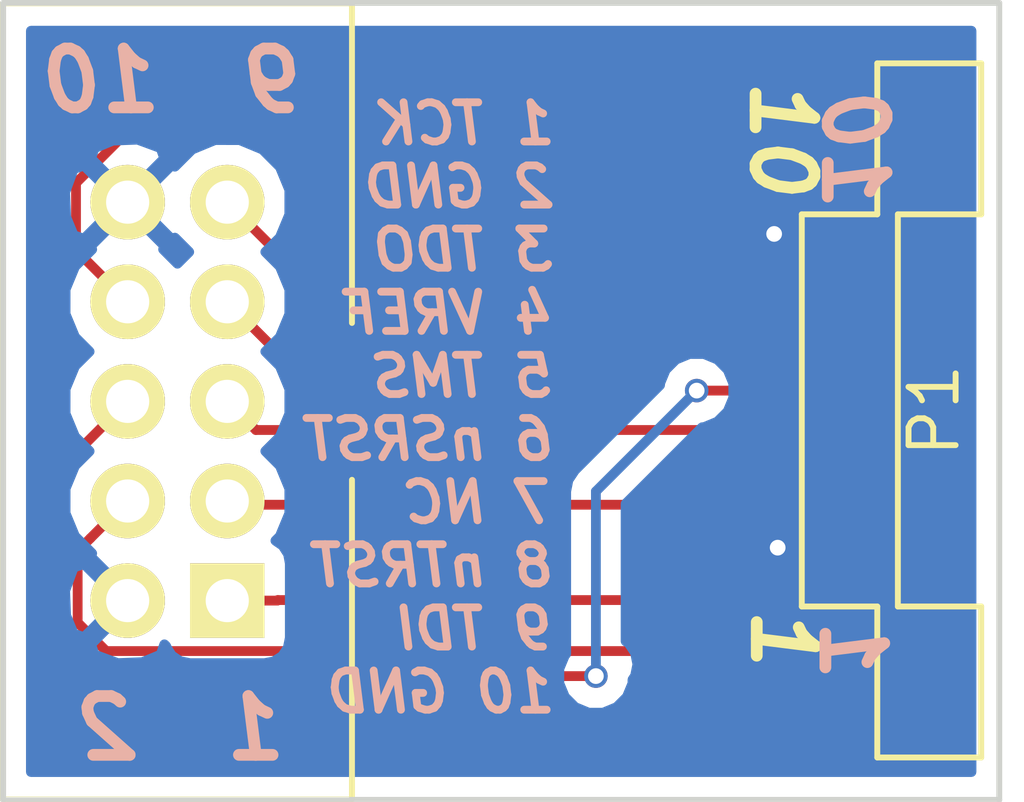
<source format=kicad_pcb>
(kicad_pcb (version 4) (host pcbnew 4.0.2-stable)

  (general
    (links 11)
    (no_connects 3)
    (area 109.779999 90.729999 135.330001 111.200001)
    (thickness 1.6)
    (drawings 11)
    (tracks 47)
    (zones 0)
    (modules 2)
    (nets 10)
  )

  (page A4)
  (layers
    (0 F.Cu signal)
    (31 B.Cu signal)
    (32 B.Adhes user)
    (33 F.Adhes user)
    (34 B.Paste user)
    (35 F.Paste user)
    (36 B.SilkS user)
    (37 F.SilkS user)
    (38 B.Mask user)
    (39 F.Mask user)
    (40 Dwgs.User user)
    (41 Cmts.User user)
    (42 Eco1.User user)
    (43 Eco2.User user)
    (44 Edge.Cuts user)
    (45 Margin user)
    (46 B.CrtYd user)
    (47 F.CrtYd user)
    (48 B.Fab user)
    (49 F.Fab user)
  )

  (setup
    (last_trace_width 0.25)
    (trace_clearance 0.2)
    (zone_clearance 0.508)
    (zone_45_only no)
    (trace_min 0.2)
    (segment_width 0.2)
    (edge_width 0.15)
    (via_size 0.6)
    (via_drill 0.4)
    (via_min_size 0.4)
    (via_min_drill 0.3)
    (uvia_size 0.3)
    (uvia_drill 0.1)
    (uvias_allowed no)
    (uvia_min_size 0.2)
    (uvia_min_drill 0.1)
    (pcb_text_width 0.3)
    (pcb_text_size 1.5 1.5)
    (mod_edge_width 0.15)
    (mod_text_size 1 1)
    (mod_text_width 0.15)
    (pad_size 1.524 1.524)
    (pad_drill 0.762)
    (pad_to_mask_clearance 0.2)
    (aux_axis_origin 0 0)
    (visible_elements 7FFFFFFF)
    (pcbplotparams
      (layerselection 0x00030_80000001)
      (usegerberextensions false)
      (excludeedgelayer true)
      (linewidth 0.100000)
      (plotframeref false)
      (viasonmask false)
      (mode 1)
      (useauxorigin false)
      (hpglpennumber 1)
      (hpglpenspeed 20)
      (hpglpendiameter 15)
      (hpglpenoverlay 2)
      (psnegative false)
      (psa4output false)
      (plotreference true)
      (plotvalue true)
      (plotinvisibletext false)
      (padsonsilk false)
      (subtractmaskfromsilk false)
      (outputformat 1)
      (mirror false)
      (drillshape 1)
      (scaleselection 1)
      (outputdirectory ""))
  )

  (net 0 "")
  (net 1 TCK)
  (net 2 GND)
  (net 3 TDO)
  (net 4 VREF)
  (net 5 TMS)
  (net 6 nSRST)
  (net 7 NC)
  (net 8 nTRST)
  (net 9 TDI)

  (net_class Default "Ceci est la Netclass par défaut"
    (clearance 0.2)
    (trace_width 0.25)
    (via_dia 0.6)
    (via_drill 0.4)
    (uvia_dia 0.3)
    (uvia_drill 0.1)
    (add_net GND)
    (add_net NC)
    (add_net TCK)
    (add_net TDI)
    (add_net TDO)
    (add_net TMS)
    (add_net VREF)
    (add_net nSRST)
    (add_net nTRST)
  )

  (module acronet:AVR-JTAG-ICE (layer F.Cu) (tedit 0) (tstamp 58AD649A)
    (at 114.3 100.965 90)
    (descr "AVR JTAG ICE Connector (PTH)")
    (tags "AVR JTAG CONNECTOR")
    (path /58AD4F0B)
    (fp_text reference CON1 (at 0 -5.7 90) (layer F.SilkS) hide
      (effects (font (size 1 1) (thickness 0.2)))
    )
    (fp_text value AVR-JTAG-10 (at 0 6 90) (layer F.SilkS) hide
      (effects (font (size 1 1) (thickness 0.2)))
    )
    (fp_line (start 10.15 4.45) (end 2 4.45) (layer F.SilkS) (width 0.15))
    (fp_line (start -10.15 4.45) (end -2 4.45) (layer F.SilkS) (width 0.15))
    (fp_line (start 10.15 -4.45) (end -10.15 -4.45) (layer F.SilkS) (width 0.15))
    (fp_line (start -10.15 -4.45) (end -10.15 4.45) (layer F.SilkS) (width 0.15))
    (fp_line (start 10.15 -4.45) (end 10.15 4.45) (layer F.SilkS) (width 0.15))
    (pad 1 thru_hole rect (at -5.08 1.27 90) (size 1.9 1.9) (drill 1.1) (layers *.Cu *.Mask F.SilkS)
      (net 1 TCK))
    (pad 2 thru_hole circle (at -5.08 -1.27 90) (size 1.9 1.9) (drill 1.1) (layers *.Cu *.Mask F.SilkS)
      (net 2 GND))
    (pad 3 thru_hole circle (at -2.54 1.27 90) (size 1.9 1.9) (drill 1.1) (layers *.Cu *.Mask F.SilkS)
      (net 3 TDO))
    (pad 4 thru_hole circle (at -2.54 -1.27 90) (size 1.9 1.9) (drill 1.1) (layers *.Cu *.Mask F.SilkS)
      (net 4 VREF))
    (pad 5 thru_hole circle (at 0 1.27 90) (size 1.9 1.9) (drill 1.1) (layers *.Cu *.Mask F.SilkS)
      (net 5 TMS))
    (pad 6 thru_hole circle (at 0 -1.27 90) (size 1.9 1.9) (drill 1.1) (layers *.Cu *.Mask F.SilkS)
      (net 6 nSRST))
    (pad 7 thru_hole circle (at 2.54 1.27 90) (size 1.9 1.9) (drill 1.1) (layers *.Cu *.Mask F.SilkS)
      (net 7 NC))
    (pad 8 thru_hole circle (at 2.54 -1.27 90) (size 1.9 1.9) (drill 1.1) (layers *.Cu *.Mask F.SilkS)
      (net 8 nTRST))
    (pad 9 thru_hole circle (at 5.08 1.27 90) (size 1.9 1.9) (drill 1.1) (layers *.Cu *.Mask F.SilkS)
      (net 9 TDI))
    (pad 10 thru_hole circle (at 5.08 -1.27 90) (size 1.9 1.9) (drill 1.1) (layers *.Cu *.Mask F.SilkS)
      (net 2 GND))
  )

  (module "FPC FFC 1mm Pitch 10 Pin:FPC_10" (layer F.Cu) (tedit 0) (tstamp 58AD64AA)
    (at 131.445 101.195 90)
    (path /58AD4F42)
    (fp_text reference P1 (at 0 2.15 90) (layer F.SilkS)
      (effects (font (size 1.2 1.2) (thickness 0.15)))
    )
    (fp_text value CONN_01X10 (at 0 3.5 90) (layer F.Fab)
      (effects (font (size 1.2 1.2) (thickness 0.15)))
    )
    (fp_line (start -5 -1.225) (end 5 -1.225) (layer F.SilkS) (width 0.15))
    (fp_line (start -5 1.225) (end 5 1.225) (layer F.SilkS) (width 0.15))
    (fp_line (start -5 1.225) (end -5 3.35) (layer F.SilkS) (width 0.15))
    (fp_line (start 5 1.225) (end 5 3.35) (layer F.SilkS) (width 0.15))
    (fp_line (start -5 3.35) (end -8.85 3.35) (layer F.SilkS) (width 0.15))
    (fp_line (start 5 3.35) (end 8.85 3.35) (layer F.SilkS) (width 0.15))
    (fp_line (start -8.85 3.35) (end -8.85 0.7) (layer F.SilkS) (width 0.15))
    (fp_line (start 8.85 3.35) (end 8.85 0.7) (layer F.SilkS) (width 0.15))
    (fp_line (start -8.85 0.7) (end -5 0.7) (layer F.SilkS) (width 0.15))
    (fp_line (start 8.85 0.7) (end 5 0.7) (layer F.SilkS) (width 0.15))
    (fp_line (start -5 0.7) (end -5 -1.225) (layer F.SilkS) (width 0.15))
    (fp_line (start 5 0.7) (end 5 -1.225) (layer F.SilkS) (width 0.15))
    (pad 1 smd rect (at -4.5 0 90) (size 0.6 2) (layers F.Cu F.Paste F.Mask)
      (net 1 TCK))
    (pad 2 smd rect (at -3.5 0 90) (size 0.6 2) (layers F.Cu F.Paste F.Mask)
      (net 2 GND))
    (pad 3 smd rect (at -2.5 0 90) (size 0.6 2) (layers F.Cu F.Paste F.Mask)
      (net 3 TDO))
    (pad 4 smd rect (at -1.5 0 90) (size 0.6 2) (layers F.Cu F.Paste F.Mask)
      (net 4 VREF))
    (pad 5 smd rect (at -0.5 0 90) (size 0.6 2) (layers F.Cu F.Paste F.Mask)
      (net 5 TMS))
    (pad 6 smd rect (at 0.5 0 90) (size 0.6 2) (layers F.Cu F.Paste F.Mask)
      (net 6 nSRST))
    (pad 7 smd rect (at 1.5 0 90) (size 0.6 2) (layers F.Cu F.Paste F.Mask)
      (net 7 NC))
    (pad 8 smd rect (at 2.5 0 90) (size 0.6 2) (layers F.Cu F.Paste F.Mask)
      (net 8 nTRST))
    (pad 9 smd rect (at 3.5 0 90) (size 0.6 2) (layers F.Cu F.Paste F.Mask)
      (net 9 TDI))
    (pad 10 smd rect (at 4.5 0 90) (size 0.6 2) (layers F.Cu F.Paste F.Mask)
      (net 2 GND))
    (pad 0 smd rect (at -7.1 2.1 90) (size 2.6 2.2) (layers F.Cu F.Paste F.Mask))
    (pad 0 smd rect (at 7.1 2.1 90) (size 2.6 2.2) (layers F.Cu F.Paste F.Mask))
  )

  (gr_text 1 (at 129.75 107.03 270) (layer F.SilkS) (tstamp 58AD68EC)
    (effects (font (size 1.5 1.5) (thickness 0.3) italic))
  )
  (gr_text 10 (at 129.72 94.27 270) (layer F.SilkS) (tstamp 58AD68D2)
    (effects (font (size 1.5 1.5) (thickness 0.3) italic))
  )
  (gr_text 10 (at 131.56 94.59 270) (layer B.SilkS) (tstamp 58AD6899)
    (effects (font (size 1.5 1.5) (thickness 0.3) italic) (justify mirror))
  )
  (gr_text 1 (at 131.5 107.31 270) (layer B.SilkS)
    (effects (font (size 1.5 1.5) (thickness 0.3) italic) (justify mirror))
  )
  (gr_text "9  10" (at 114.25 92.79) (layer B.SilkS) (tstamp 58AD6865)
    (effects (font (size 1.5 1.5) (thickness 0.3) italic) (justify mirror))
  )
  (gr_text "1  2" (at 114.43 109.3) (layer B.SilkS)
    (effects (font (size 1.5 1.5) (thickness 0.3) italic) (justify mirror))
  )
  (gr_text "1 TCK\n2 GND\n3 TDO\n4 VREF\n5 TMS\n6 nSRST\n7 NC\n8 nTRST\n9 TDI\n10 GND" (at 124.03 101.13) (layer B.SilkS)
    (effects (font (size 1 1) (thickness 0.2) italic) (justify left mirror))
  )
  (gr_line (start 109.855 111.125) (end 109.855 90.805) (layer Edge.Cuts) (width 0.15))
  (gr_line (start 135.255 111.125) (end 109.855 111.125) (layer Edge.Cuts) (width 0.15))
  (gr_line (start 135.255 90.805) (end 135.255 111.125) (layer Edge.Cuts) (width 0.15))
  (gr_line (start 109.855 90.805) (end 135.255 90.805) (layer Edge.Cuts) (width 0.15))

  (segment (start 131.095 106.045) (end 131.1091 106.0309) (width 0.25) (layer F.Cu) (net 1))
  (segment (start 131.1091 106.0309) (end 131.445 105.695) (width 0.25) (layer F.Cu) (net 1))
  (segment (start 116.8594 106.0309) (end 116.8453 106.045) (width 0.25) (layer F.Cu) (net 1))
  (segment (start 131.1091 106.0309) (end 116.8594 106.0309) (width 0.25) (layer F.Cu) (net 1))
  (segment (start 115.57 106.045) (end 116.8453 106.045) (width 0.25) (layer F.Cu) (net 1))
  (via (at 129.605 104.695) (size 0.6) (drill 0.4) (layers F.Cu B.Cu) (net 2))
  (segment (start 130.1197 104.695) (end 129.605 104.695) (width 0.25) (layer F.Cu) (net 2))
  (via (at 129.515 96.695) (size 0.6) (drill 0.4) (layers F.Cu B.Cu) (net 2))
  (segment (start 130.1197 96.695) (end 129.515 96.695) (width 0.25) (layer F.Cu) (net 2))
  (segment (start 131.445 96.695) (end 130.1197 96.695) (width 0.25) (layer F.Cu) (net 2))
  (segment (start 131.445 104.695) (end 130.1197 104.695) (width 0.25) (layer F.Cu) (net 2))
  (segment (start 131.255 103.505) (end 131.35 103.6) (width 0.25) (layer F.Cu) (net 3))
  (segment (start 131.35 103.6) (end 131.445 103.695) (width 0.25) (layer F.Cu) (net 3))
  (segment (start 115.665 103.6) (end 115.57 103.505) (width 0.25) (layer F.Cu) (net 3))
  (segment (start 131.35 103.6) (end 115.665 103.6) (width 0.25) (layer F.Cu) (net 3))
  (segment (start 112.080001 104.454999) (end 113.03 103.505) (width 0.25) (layer F.Cu) (net 4))
  (segment (start 111.754999 104.780001) (end 112.080001 104.454999) (width 0.25) (layer F.Cu) (net 4))
  (segment (start 112.4825 107.3318) (end 111.754999 106.604299) (width 0.25) (layer F.Cu) (net 4))
  (segment (start 132.7703 106.15) (end 131.5885 107.3318) (width 0.25) (layer F.Cu) (net 4))
  (segment (start 132.7703 102.7703) (end 132.7703 106.15) (width 0.25) (layer F.Cu) (net 4))
  (segment (start 132.695 102.695) (end 132.7703 102.7703) (width 0.25) (layer F.Cu) (net 4))
  (segment (start 131.5885 107.3318) (end 112.4825 107.3318) (width 0.25) (layer F.Cu) (net 4))
  (segment (start 131.445 102.695) (end 132.695 102.695) (width 0.25) (layer F.Cu) (net 4))
  (segment (start 111.754999 106.604299) (end 111.754999 104.780001) (width 0.25) (layer F.Cu) (net 4))
  (segment (start 116.3 101.695) (end 115.57 100.965) (width 0.25) (layer F.Cu) (net 5))
  (segment (start 131.445 101.695) (end 116.3 101.695) (width 0.25) (layer F.Cu) (net 5))
  (segment (start 124.97 107.97) (end 124.97 103.26) (width 0.25) (layer B.Cu) (net 6))
  (segment (start 124.97 103.26) (end 127.54 100.69) (width 0.25) (layer B.Cu) (net 6))
  (segment (start 127.54 100.69) (end 131.44 100.69) (width 0.25) (layer F.Cu) (net 6))
  (segment (start 131.44 100.69) (end 131.445 100.695) (width 0.25) (layer F.Cu) (net 6))
  (via (at 127.54 100.69) (size 0.6) (drill 0.4) (layers F.Cu B.Cu) (net 6))
  (segment (start 112.431587 107.97) (end 124.97 107.97) (width 0.25) (layer F.Cu) (net 6))
  (via (at 124.97 107.97) (size 0.6) (drill 0.4) (layers F.Cu B.Cu) (net 6))
  (segment (start 113.03 100.965) (end 111.304988 102.690012) (width 0.25) (layer F.Cu) (net 6))
  (segment (start 111.304988 102.690012) (end 111.304988 106.843401) (width 0.25) (layer F.Cu) (net 6))
  (segment (start 111.304988 106.843401) (end 112.431587 107.97) (width 0.25) (layer F.Cu) (net 6))
  (segment (start 116.84 99.695) (end 131.445 99.695) (width 0.25) (layer F.Cu) (net 7))
  (segment (start 115.57 98.425) (end 116.84 99.695) (width 0.25) (layer F.Cu) (net 7))
  (segment (start 111.7131 97.1081) (end 113.03 98.425) (width 0.25) (layer F.Cu) (net 8))
  (segment (start 111.7131 95.3967) (end 111.7131 97.1081) (width 0.25) (layer F.Cu) (net 8))
  (segment (start 113.0164 94.0934) (end 111.7131 95.3967) (width 0.25) (layer F.Cu) (net 8))
  (segment (start 130.6081 94.0934) (end 113.0164 94.0934) (width 0.25) (layer F.Cu) (net 8))
  (segment (start 132.7703 96.2556) (end 130.6081 94.0934) (width 0.25) (layer F.Cu) (net 8))
  (segment (start 132.7703 98.695) (end 132.7703 96.2556) (width 0.25) (layer F.Cu) (net 8))
  (segment (start 131.445 98.695) (end 132.7703 98.695) (width 0.25) (layer F.Cu) (net 8))
  (segment (start 117.38 97.695) (end 115.57 95.885) (width 0.25) (layer F.Cu) (net 9))
  (segment (start 131.445 97.695) (end 117.38 97.695) (width 0.25) (layer F.Cu) (net 9))

  (zone (net 2) (net_name GND) (layer B.Cu) (tstamp 0) (hatch edge 0.508)
    (connect_pads (clearance 0.508))
    (min_thickness 0.254)
    (fill yes (arc_segments 16) (thermal_gap 0.508) (thermal_bridge_width 0.508))
    (polygon
      (pts
        (xy 109.855 90.805) (xy 135.255 90.805) (xy 135.255 111.125) (xy 109.855 111.125)
      )
    )
    (filled_polygon
      (pts
        (xy 134.545 110.415) (xy 110.565 110.415) (xy 110.565 108.155167) (xy 124.034838 108.155167) (xy 124.176883 108.498943)
        (xy 124.439673 108.762192) (xy 124.783201 108.904838) (xy 125.155167 108.905162) (xy 125.498943 108.763117) (xy 125.762192 108.500327)
        (xy 125.904838 108.156799) (xy 125.904921 108.061451) (xy 125.972147 107.96084) (xy 126.029999 107.670001) (xy 125.972147 107.379161)
        (xy 125.8074 107.1326) (xy 125.73 107.080883) (xy 125.73 103.574802) (xy 127.67968 101.625122) (xy 127.725167 101.625162)
        (xy 128.068943 101.483117) (xy 128.332192 101.220327) (xy 128.474838 100.876799) (xy 128.475162 100.504833) (xy 128.333117 100.161057)
        (xy 128.070327 99.897808) (xy 127.726799 99.755162) (xy 127.354833 99.754838) (xy 127.011057 99.896883) (xy 126.747808 100.159673)
        (xy 126.605162 100.503201) (xy 126.605121 100.550077) (xy 124.432599 102.722599) (xy 124.267852 102.969161) (xy 124.21 103.26)
        (xy 124.21 107.407537) (xy 124.177808 107.439673) (xy 124.035162 107.783201) (xy 124.034838 108.155167) (xy 110.565 108.155167)
        (xy 110.565 105.792398) (xy 111.433812 105.792398) (xy 111.458648 106.422461) (xy 111.651981 106.889208) (xy 111.91365 106.981745)
        (xy 112.850395 106.045) (xy 111.91365 105.108255) (xy 111.651981 105.200792) (xy 111.433812 105.792398) (xy 110.565 105.792398)
        (xy 110.565 98.738893) (xy 111.444725 98.738893) (xy 111.685519 99.321657) (xy 112.058471 99.695261) (xy 111.687086 100.065997)
        (xy 111.445276 100.648341) (xy 111.444725 101.278893) (xy 111.685519 101.861657) (xy 112.058471 102.235261) (xy 111.687086 102.605997)
        (xy 111.445276 103.188341) (xy 111.444725 103.818893) (xy 111.685519 104.401657) (xy 112.124211 104.841116) (xy 112.093255 104.92865)
        (xy 113.03 105.865395) (xy 113.044143 105.851253) (xy 113.223748 106.030858) (xy 113.209605 106.045) (xy 113.223748 106.059143)
        (xy 113.044143 106.238748) (xy 113.03 106.224605) (xy 112.093255 107.16135) (xy 112.185792 107.423019) (xy 112.777398 107.641188)
        (xy 113.407461 107.616352) (xy 113.874208 107.423019) (xy 113.966744 107.161352) (xy 114.012464 107.207072) (xy 114.016838 107.230317)
        (xy 114.15591 107.446441) (xy 114.36811 107.591431) (xy 114.62 107.64244) (xy 116.52 107.64244) (xy 116.755317 107.598162)
        (xy 116.971441 107.45909) (xy 117.116431 107.24689) (xy 117.16744 106.995) (xy 117.16744 105.095) (xy 117.123162 104.859683)
        (xy 116.98409 104.643559) (xy 116.799372 104.517347) (xy 116.912914 104.404003) (xy 117.154724 103.821659) (xy 117.155275 103.191107)
        (xy 116.914481 102.608343) (xy 116.541529 102.234739) (xy 116.912914 101.864003) (xy 117.154724 101.281659) (xy 117.155275 100.651107)
        (xy 116.914481 100.068343) (xy 116.541529 99.694739) (xy 116.912914 99.324003) (xy 117.154724 98.741659) (xy 117.155275 98.111107)
        (xy 116.914481 97.528343) (xy 116.541529 97.154739) (xy 116.912914 96.784003) (xy 117.154724 96.201659) (xy 117.155275 95.571107)
        (xy 116.914481 94.988343) (xy 116.469003 94.542086) (xy 115.886659 94.300276) (xy 115.256107 94.299725) (xy 114.673343 94.540519)
        (xy 114.233884 94.979211) (xy 114.14635 94.948255) (xy 113.209605 95.885) (xy 114.14635 96.821745) (xy 114.234439 96.790593)
        (xy 114.598471 97.155261) (xy 114.299739 97.453471) (xy 113.935789 97.088884) (xy 113.966745 97.00135) (xy 113.03 96.064605)
        (xy 112.093255 97.00135) (xy 112.124407 97.089439) (xy 111.687086 97.525997) (xy 111.445276 98.108341) (xy 111.444725 98.738893)
        (xy 110.565 98.738893) (xy 110.565 95.632398) (xy 111.433812 95.632398) (xy 111.458648 96.262461) (xy 111.651981 96.729208)
        (xy 111.91365 96.821745) (xy 112.850395 95.885) (xy 111.91365 94.948255) (xy 111.651981 95.040792) (xy 111.433812 95.632398)
        (xy 110.565 95.632398) (xy 110.565 94.76865) (xy 112.093255 94.76865) (xy 113.03 95.705395) (xy 113.966745 94.76865)
        (xy 113.874208 94.506981) (xy 113.282602 94.288812) (xy 112.652539 94.313648) (xy 112.185792 94.506981) (xy 112.093255 94.76865)
        (xy 110.565 94.76865) (xy 110.565 91.515) (xy 134.545 91.515)
      )
    )
  )
)

</source>
